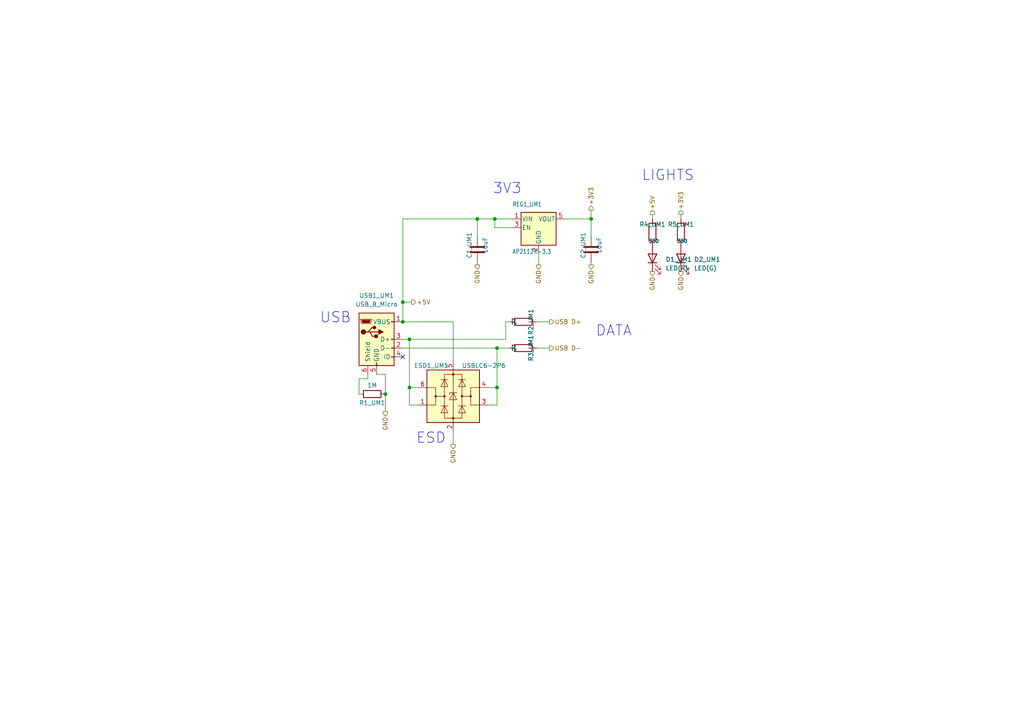
<source format=kicad_sch>
(kicad_sch (version 20230121) (generator eeschema)
  (paper "A4")
  (title_block (title "USB Micro B and 3V3 Power") (comment 1 "From https://github.com/gregdavill/advent-calendar-of-circuits-2020 (CERN-OHL-P-2.0)") (comment 2 "and https://github.com/sqfmi/beepy-hardware"))
  (lib_symbols
    (symbol "Connector:USB_B_Micro" (pin_names (offset 1.016))
      (property "Reference" "J" (at -5.08 11.43 0))
      (property "Value" "USB_B_Micro" (at -5.08 8.89 0))
      (symbol "USB_B_Micro_0_1"
        (rectangle (start -5.08 -7.62) (end 5.08 7.62) (stroke (width 0.254)) (fill (type background)))
        (circle (center -3.81 2.159) (radius 0.635) (stroke (width 0.254)) (fill (type outline)))
        (circle (center -0.635 3.429) (radius 0.381) (stroke (width 0.254)) (fill (type outline)))
        (rectangle (start -0.127 -7.62) (end 0.127 -6.858))
        (polyline (pts (xy -1.905 2.159) (xy 0.635 2.159)) (stroke (width 0.254)))
        (polyline (pts (xy -3.175 2.159) (xy -2.54 2.159) (xy -1.27 3.429) (xy -0.635 3.429)) (stroke (width 0.254)))
        (polyline (pts (xy -2.54 2.159) (xy -1.905 2.159) (xy -1.27 0.889) (xy 0 0.889)) (stroke (width 0.254)))
        (polyline (pts (xy 0.635 2.794) (xy 0.635 1.524) (xy 1.905 2.159) (xy 0.635 2.794)) (stroke (width 0.254)) (fill (type outline)))
        (polyline (pts (xy -4.318 5.588) (xy -1.778 5.588) (xy -2.032 4.826) (xy -4.064 4.826) (xy -4.318 5.588)) (fill (type outline)))
        (polyline (pts (xy -4.699 5.842) (xy -4.699 5.588) (xy -4.445 4.826) (xy -4.445 4.572) (xy -1.651 4.572) (xy -1.651 4.826) (xy -1.397 5.588) (xy -1.397 5.842) (xy -4.699 5.842)))
        (rectangle (start 0.254 1.27) (end -0.508 0.508) (stroke (width 0.254)) (fill (type outline)))
        (rectangle (start 5.08 -5.207) (end 4.318 -4.953))
        (rectangle (start 5.08 -2.667) (end 4.318 -2.413))
        (rectangle (start 5.08 -0.127) (end 4.318 0.127))
        (rectangle (start 5.08 4.953) (end 4.318 5.207))
      )
      (symbol "USB_B_Micro_1_1"
        (pin power_out line (at 7.62 5.08 180) (length 2.54) (name "VBUS") (number "1"))
        (pin bidirectional line (at 7.62 -2.54 180) (length 2.54) (name "D-") (number "2"))
        (pin bidirectional line (at 7.62 0 180) (length 2.54) (name "D+") (number "3"))
        (pin passive line (at 7.62 -5.08 180) (length 2.54) (name "ID") (number "4"))
        (pin power_out line (at 0 -10.16 90) (length 2.54) (name "GND") (number "5"))
        (pin passive line (at -2.54 -10.16 90) (length 2.54) (name "Shield") (number "6"))
      )
    )
    (symbol "Device:C" (pin_numbers hide) (pin_names (offset 0.254))
      (property "Reference" "C" (at 0.635 2.54 0))
      (property "Value" "C" (at 0.635 -2.54 0))
      (symbol "C_0_1"
        (polyline (pts (xy -2.032 -0.762) (xy 2.032 -0.762)) (stroke (width 0.508)))
        (polyline (pts (xy -2.032 0.762) (xy 2.032 0.762)) (stroke (width 0.508)))
      )
      (symbol "C_1_1"
        (pin passive line (at 0 3.81 270) (length 2.794) (name "~") (number "1"))
        (pin passive line (at 0 -3.81 90) (length 2.794) (name "~") (number "2"))
      )
    )
    (symbol "Device:LED" (pin_numbers hide) (pin_names (offset 1.016) hide)
      (property "Reference" "D" (at 0 2.54 0))
      (property "Value" "LED" (at 0 -2.54 0))
      (symbol "LED_0_1"
        (polyline (pts (xy -1.27 -1.27) (xy -1.27 1.27)) (stroke (width 0.254)))
        (polyline (pts (xy -1.27 0) (xy 1.27 0)))
        (polyline (pts (xy 1.27 -1.27) (xy 1.27 1.27) (xy -1.27 0) (xy 1.27 -1.27)) (stroke (width 0.254)))
        (polyline (pts (xy -3.048 -0.762) (xy -4.572 -2.286) (xy -3.81 -2.286) (xy -4.572 -2.286) (xy -4.572 -1.524)))
        (polyline (pts (xy -1.778 -0.762) (xy -3.302 -2.286) (xy -2.54 -2.286) (xy -3.302 -2.286) (xy -3.302 -1.524)))
      )
      (symbol "LED_1_1"
        (pin passive line (at -3.81 0 0) (length 2.54) (name "K") (number "1"))
        (pin passive line (at 3.81 0 180) (length 2.54) (name "A") (number "2"))
      )
    )
    (symbol "Device:R" (pin_numbers hide) (pin_names (offset 0))
      (property "Reference" "R" (at 2.032 0 90))
      (property "Value" "R" (at 0 0 90))
      (symbol "R_0_1"
        (rectangle (start -1.016 -2.54) (end 1.016 2.54) (stroke (width 0.254)))
      )
      (symbol "R_1_1"
        (pin passive line (at 0 3.81 270) (length 1.27) (name "~") (number "1"))
        (pin passive line (at 0 -3.81 90) (length 1.27) (name "~") (number "2"))
      )
    )
    (symbol "Power_Protection:USBLC6-2P6" (pin_names hide)
      (property "Reference" "U" (at 2.54 8.89 0))
      (property "Value" "USBLC6-2P6" (at 2.54 -8.89 0))
      (symbol "USBLC6-2P6_0_1"
        (rectangle (start -7.62 -7.62) (end 7.62 7.62) (stroke (width 0.254)) (fill (type background)))
        (circle (center -5.08 0) (radius 0.254) (fill (type outline)))
        (circle (center -2.54 0) (radius 0.254) (fill (type outline)))
        (rectangle (start -2.54 6.35) (end 2.54 -6.35))
        (circle (center 0 -6.35) (radius 0.254) (fill (type outline)))
        (polyline (pts (xy -5.08 -2.54) (xy -7.62 -2.54)))
        (polyline (pts (xy -5.08 0) (xy -5.08 -2.54)))
        (polyline (pts (xy -5.08 2.54) (xy -7.62 2.54)))
        (polyline (pts (xy -1.524 -2.794) (xy -3.556 -2.794)))
        (polyline (pts (xy -1.524 4.826) (xy -3.556 4.826)))
        (polyline (pts (xy 0 -7.62) (xy 0 -6.35)))
        (polyline (pts (xy 0 -6.35) (xy 0 1.27)))
        (polyline (pts (xy 0 1.27) (xy 0 6.35)))
        (polyline (pts (xy 0 6.35) (xy 0 7.62)))
        (polyline (pts (xy 1.524 -2.794) (xy 3.556 -2.794)))
        (polyline (pts (xy 1.524 4.826) (xy 3.556 4.826)))
        (polyline (pts (xy 5.08 -2.54) (xy 7.62 -2.54)))
        (polyline (pts (xy 5.08 0) (xy 5.08 -2.54)))
        (polyline (pts (xy 5.08 2.54) (xy 7.62 2.54)))
        (polyline (pts (xy -2.54 0) (xy -5.08 0) (xy -5.08 2.54)))
        (polyline (pts (xy 2.54 0) (xy 5.08 0) (xy 5.08 2.54)))
        (polyline (pts (xy -3.556 -4.826) (xy -1.524 -4.826) (xy -2.54 -2.794) (xy -3.556 -4.826)))
        (polyline (pts (xy -3.556 2.794) (xy -1.524 2.794) (xy -2.54 4.826) (xy -3.556 2.794)))
        (polyline (pts (xy -1.016 -1.016) (xy 1.016 -1.016) (xy 0 1.016) (xy -1.016 -1.016)))
        (polyline (pts (xy 1.016 1.016) (xy 0.762 1.016) (xy -1.016 1.016) (xy -1.016 0.508)))
        (polyline (pts (xy 3.556 -4.826) (xy 1.524 -4.826) (xy 2.54 -2.794) (xy 3.556 -4.826)))
        (polyline (pts (xy 3.556 2.794) (xy 1.524 2.794) (xy 2.54 4.826) (xy 3.556 2.794)))
        (circle (center 0 6.35) (radius 0.254) (fill (type outline)))
        (circle (center 2.54 0) (radius 0.254) (fill (type outline)))
        (circle (center 5.08 0) (radius 0.254) (fill (type outline)))
      )
      (symbol "USBLC6-2P6_1_1"
        (pin passive line (at -10.16 -2.54 0) (length 2.54) (name "I/O1") (number "1"))
        (pin passive line (at 0 -10.16 90) (length 2.54) (name "GND") (number "2"))
        (pin passive line (at 10.16 -2.54 180) (length 2.54) (name "I/O2") (number "3"))
        (pin passive line (at 10.16 2.54 180) (length 2.54) (name "I/O2") (number "4"))
        (pin passive line (at 0 10.16 270) (length 2.54) (name "VBUS") (number "5"))
        (pin passive line (at -10.16 2.54 0) (length 2.54) (name "I/O1") (number "6"))
      )
    )
    (symbol "Regulator_Linear:AP2112K-3.3" (pin_names (offset 0.254))
      (property "Reference" "U" (at -5.08 5.715 0))
      (property "Value" "AP2112K-3.3" (at 0 5.715 0))
      (symbol "AP2112K-3.3_0_1"
        (rectangle (start -5.08 4.445) (end 5.08 -5.08) (stroke (width 0.254)) (fill (type background)))
      )
      (symbol "AP2112K-3.3_1_1"
        (pin power_in line (at -7.62 2.54 0) (length 2.54) (name "VIN") (number "1"))
        (pin power_in line (at 0 -7.62 90) (length 2.54) (name "GND") (number "2"))
        (pin input line (at -7.62 0 0) (length 2.54) (name "EN") (number "3"))
        (pin no_connect line (at 5.08 0 180) (length 2.54) hide (name "NC") (number "4"))
        (pin power_out line (at 7.62 2.54 180) (length 2.54) (name "VOUT") (number "5"))
      )
    )
  )
  (junction (at 171.45 63.5))
  (junction (at 111.76 114.3))
  (junction (at 118.745 98.425))
  (junction (at 116.84 93.345))
  (junction (at 144.145 100.965))
  (junction (at 116.84 87.63))
  (junction (at 143.51 63.5))
  (junction (at 144.145 112.395))
  (junction (at 118.745 112.395))
  (junction (at 138.43 63.5))
  (no_connect (at 116.84 103.505))
  (wire (pts (xy 143.51 63.5) (xy 148.59 63.5)) (stroke (width 0.1524)))
  (wire (pts (xy 143.51 66.04) (xy 148.59 66.04)) (stroke (width 0.1524)))
  (wire (pts (xy 118.745 98.425) (xy 118.745 112.395)))
  (wire (pts (xy 141.605 112.395) (xy 144.145 112.395)))
  (wire (pts (xy 189.23 62.23) (xy 189.23 63.5)))
  (wire (pts (xy 111.76 108.585) (xy 111.76 114.3)))
  (wire (pts (xy 144.145 100.965) (xy 144.145 112.395)))
  (wire (pts (xy 131.445 93.345) (xy 131.445 104.775)))
  (wire (pts (xy 156.21 73.66) (xy 156.21 76.835)) (stroke (width 0.1524)))
  (wire (pts (xy 116.84 98.425) (xy 118.745 98.425)))
  (wire (pts (xy 171.45 60.96) (xy 171.45 63.5)) (stroke (width 0.1524)))
  (wire (pts (xy 146.685 93.345) (xy 147.955 93.345)))
  (wire (pts (xy 163.83 63.5) (xy 166.37 63.5)))
  (wire (pts (xy 144.145 100.965) (xy 147.955 100.965)))
  (wire (pts (xy 155.575 93.345) (xy 159.385 93.345)))
  (wire (pts (xy 143.51 63.5) (xy 143.51 66.04)) (stroke (width 0.1524)))
  (wire (pts (xy 144.145 112.395) (xy 144.145 117.475)))
  (wire (pts (xy 138.43 63.5) (xy 143.51 63.5)) (stroke (width 0.1524)))
  (wire (pts (xy 109.22 108.585) (xy 111.76 108.585)))
  (wire (pts (xy 116.84 63.5) (xy 116.84 87.63)))
  (wire (pts (xy 121.285 117.475) (xy 118.745 117.475)))
  (wire (pts (xy 116.84 87.63) (xy 116.84 93.345)))
  (wire (pts (xy 119.38 87.63) (xy 116.84 87.63)))
  (wire (pts (xy 155.575 100.965) (xy 159.385 100.965)))
  (wire (pts (xy 118.745 112.395) (xy 118.745 117.475)))
  (wire (pts (xy 116.84 100.965) (xy 144.145 100.965)))
  (wire (pts (xy 166.37 63.5) (xy 171.45 63.5)) (stroke (width 0.1524)))
  (wire (pts (xy 121.285 112.395) (xy 118.745 112.395)))
  (wire (pts (xy 197.485 62.23) (xy 197.485 63.5)))
  (wire (pts (xy 106.68 109.855) (xy 104.14 109.855)))
  (wire (pts (xy 104.14 109.855) (xy 104.14 114.3)))
  (wire (pts (xy 116.84 93.345) (xy 131.445 93.345)))
  (wire (pts (xy 111.76 114.3) (xy 111.76 119.38)))
  (wire (pts (xy 118.745 98.425) (xy 146.685 98.425)))
  (wire (pts (xy 131.445 125.095) (xy 131.445 128.905)))
  (wire (pts (xy 106.68 108.585) (xy 106.68 109.855)))
  (wire (pts (xy 138.43 76.2) (xy 138.43 76.835)) (stroke (width 0.1524)))
  (wire (pts (xy 171.45 63.5) (xy 171.45 68.58)) (stroke (width 0.1524)))
  (wire (pts (xy 146.685 98.425) (xy 146.685 93.345)))
  (wire (pts (xy 171.45 76.835) (xy 171.45 76.2)))
  (wire (pts (xy 141.605 117.475) (xy 144.145 117.475)))
  (wire (pts (xy 116.84 63.5) (xy 138.43 63.5)))
  (wire (pts (xy 138.43 68.58) (xy 138.43 63.5)) (stroke (width 0.1524)))
  (text "3V3" (at 142.875 56.515 0) (effects (font (size 3 3)) (justify left bottom)))
  (text "LIGHTS" (at 186.055 52.705 0) (effects (font (size 3 3)) (justify left bottom)))
  (text "ESD" (at 120.65 128.905 0) (effects (font (size 3 3)) (justify left bottom)))
  (text "USB" (at 92.71 93.98 0) (effects (font (size 3 3)) (justify left bottom)))
  (text "DATA" (at 172.72 97.79 0) (effects (font (size 3 3)) (justify left bottom)))
  (hierarchical_label "GND" (shape output) (at 111.76 119.38 270))
  (hierarchical_label "+3V3" (shape output) (at 171.45 60.96 90))
  (hierarchical_label "GND" (shape output) (at 171.45 76.835 270))
  (hierarchical_label "GND" (shape output) (at 138.43 76.835 270))
  (hierarchical_label "GND" (shape output) (at 156.21 76.835 270))
  (hierarchical_label "+3V3" (shape output) (at 197.485 62.23 90))
  (hierarchical_label "GND" (shape output) (at 189.23 78.74 270))
  (hierarchical_label "+5V" (shape output) (at 189.23 62.23 90))
  (hierarchical_label "USB D-" (shape output) (at 159.385 100.965 0))
  (hierarchical_label "GND" (shape output) (at 131.445 128.905 270))
  (hierarchical_label "+5V" (shape output) (at 119.38 87.63 0))
  (hierarchical_label "GND" (shape output) (at 197.485 78.74 270))
  (hierarchical_label "USB D+" (shape output) (at 159.385 93.345 0))
  (symbol (lib_id "Connector:USB_B_Micro") (at 109.22 98.425 0) (unit 1)
    (property "Reference" "USB1_UM1" (at 109.22 85.725 0))
    (property "Value" "USB_B_Micro" (at 109.22 88.265 0))
    (property "Footprint" "Connector_USB:USB_Micro-B_XKB_U254-051T-4BH83-F1S" (effects hide))
    (property "MFR" "U254-051T-4BH83-S1S" (effects hide))
    (property "LCSC" "C319160" (effects hide))
    (property "Note" "Minor swap, should have the same footprint" (effects hide))
  )
  (symbol (lib_id "Device:R") (at 107.95 114.3 270) (unit 1)
    (property "Reference" "R1_UM1" (at 107.95 116.84 90))
    (property "Value" "1M" (at 107.95 111.76 90))
    (property "Footprint" "Resistor_SMD:R_0402_1005Metric" (effects hide))
    (property "Source" "ANY" (effects hide))
    (property "MFR" "FRC0402J105 TS" (effects hide))
    (property "LCSC" "C2906900" (effects hide))
  )
  (symbol (lib_id "Device:R") (at 151.765 93.345 270) (unit 1)
    (property "Reference" "R2_UM1" (at 153.2636 89.535 0) (effects (justify left bottom)))
    (property "Value" "27" (at 148.463 92.075 0) (effects (font (size 1.016 1.016) bold) (justify left bottom)))
    (property "Footprint" "Resistor_SMD:R_0402_1005Metric" (effects hide))
    (property "MFR" "0402WGF270JTCE" (effects hide))
    (property "LCSC" "C25100" (effects hide))
  )
  (symbol (lib_id "Device:C") (at 138.43 72.39 0) (unit 1)
    (property "Reference" "C1_UM1" (at 136.14 71.14 90))
    (property "Value" "10uF" (at 140.73 71.14 90))
    (property "Footprint" "Capacitor_SMD:C_0805_2012Metric" (effects hide))
    (property "MFR" "CL21A106KOQNNNE" (effects hide))
    (property "LCSC" "C1713" (effects hide))
  )
  (symbol (lib_id "Power_Protection:USBLC6-2P6") (at 131.445 114.935 0) (unit 1)
    (property "Reference" "ESD1_UM1" (at 125.095 106.045 0))
    (property "Value" "USBLC6-2P6" (at 140.335 106.045 0))
    (property "Footprint" "Package_TO_SOT_SMD:SOT-666" (effects hide))
    (property "Datasheet" "https://www.st.com/resource/en/datasheet/usblc6-2.pdf" (effects hide))
    (property "MFR" "USBLC6-2P6" (effects hide))
    (property "LCSC" "C2827693" (effects hide))
  )
  (symbol (lib_id "Device:LED") (at 189.23 74.93 90) (unit 1)
    (property "Reference" "D1_UM1" (at 193.04 75.2475 90) (effects (justify right)))
    (property "Value" "LED(R)" (at 193.04 77.7875 90) (effects (justify right)))
    (property "Footprint" "LED_SMD:LED_0603_1608Metric" (effects hide))
    (property "MFR" "KT-0603R" (effects hide))
    (property "LCSC" "C2286" (effects hide))
    (property "Description" "-40℃~+85℃ Red 0603  Light Emitting Diodes (LED) ROHS" (effects hide))
    (property "URL" "https://jlcpcb.com/partdetail/Hubei_KentoElec-KT0603R/C2286" (effects hide))
  )
  (symbol (lib_id "Device:R") (at 151.765 100.965 270) (unit 1)
    (property "Reference" "R3_UM1" (at 153.2636 97.155 0) (effects (justify left bottom)))
    (property "Value" "27" (at 148.463 99.695 0) (effects (font (size 1.016 1.016) bold) (justify left bottom)))
    (property "Footprint" "Resistor_SMD:R_0402_1005Metric" (effects hide))
    (property "MFR" "0402WGF270JTCE" (effects hide))
    (property "LCSC" "C25100" (effects hide))
  )
  (symbol (lib_id "Device:LED") (at 197.485 74.93 90) (unit 1)
    (property "Reference" "D2_UM1" (at 201.295 75.2475 90) (effects (justify right)))
    (property "Value" "LED(G)" (at 201.295 77.7875 90) (effects (justify right)))
    (property "Footprint" "LED_SMD:LED_0603_1608Metric" (effects hide))
    (property "MFR" "19-217/GHC-YR1S2/3T" (effects hide))
    (property "LCSC" "C72043" (effects hide))
    (property "Description" "199mcd 无色透明透镜 -40℃~+85℃ 520nm~535nm Emerald 120° 110mW 0603  Light Emitting Diodes (LED) ROHS" (effects hide))
    (property "URL" "https://jlcpcb.com/partdetail/EverlightElec-19_217_GHC_YR1S23T/C72043" (effects hide))
  )
  (symbol (lib_id "Device:C") (at 171.45 72.39 0) (unit 1)
    (property "Reference" "C2_UM1" (at 169.16 71.14 90))
    (property "Value" "10uF" (at 173.75 71.14 90))
    (property "Footprint" "Capacitor_SMD:C_0805_2012Metric" (effects hide))
    (property "MFR" "CL21A106KOQNNNE" (effects hide))
    (property "LCSC" "C1713" (effects hide))
  )
  (symbol (lib_id "Device:R") (at 189.23 67.31 0) (unit 1)
    (property "Reference" "R4_UM1" (at 185.42 65.8114 0) (effects (justify left bottom)))
    (property "Value" "330" (at 187.96 70.612 0) (effects (font (size 1.016 1.016) bold) (justify left bottom)))
    (property "Footprint" "Resistor_SMD:R_0402_1005Metric" (effects hide))
    (property "MFR" "0402WGF3300TCE" (effects hide))
    (property "LCSC" "C25104" (effects hide))
    (property "Description" "62.5mW Thick Film Resistors ±100ppm/℃ ±1% 330Ω 0402  Chip Resistor - Surface Mount ROHS" (effects hide))
    (property "URL" "https://jlcpcb.com/partdetail/25847-0402WGF3300TCE/C25104" (effects hide))
  )
  (symbol (lib_id "Device:R") (at 197.485 67.31 0) (unit 1)
    (property "Reference" "R5_UM1" (at 193.675 65.8114 0) (effects (justify left bottom)))
    (property "Value" "330" (at 196.215 70.612 0) (effects (font (size 1.016 1.016) bold) (justify left bottom)))
    (property "Footprint" "Resistor_SMD:R_0402_1005Metric" (effects hide))
    (property "MFR" "0402WGF3300TCE" (effects hide))
    (property "LCSC" "C25104" (effects hide))
    (property "Description" "62.5mW Thick Film Resistors ±100ppm/℃ ±1% 330Ω 0402  Chip Resistor - Surface Mount ROHS" (effects hide))
    (property "URL" "https://jlcpcb.com/partdetail/25847-0402WGF3300TCE/C25104" (effects hide))
  )
  (symbol (lib_id "Regulator_Linear:AP2112K-3.3") (at 156.21 66.04 0) (unit 1)
    (property "Reference" "REG1_UM1" (at 148.59 59.944 0) (effects (font (size 1.27 1.0795)) (justify left bottom)))
    (property "Value" "AP2112K-3.3" (at 148.59 73.66 0) (effects (font (size 1.27 1.0795)) (justify left bottom)))
    (property "Footprint" "Package_TO_SOT_SMD:SOT-23-5" (effects hide))
    (property "Datasheet" "https://www.diodes.com/assets/Datasheets/AP2112.pdf" (effects hide))
    (property "MFR" "AP2112K-3.3TRG1" (effects hide))
    (property "LCSC" "C51118" (effects hide))
  )
)
</source>
